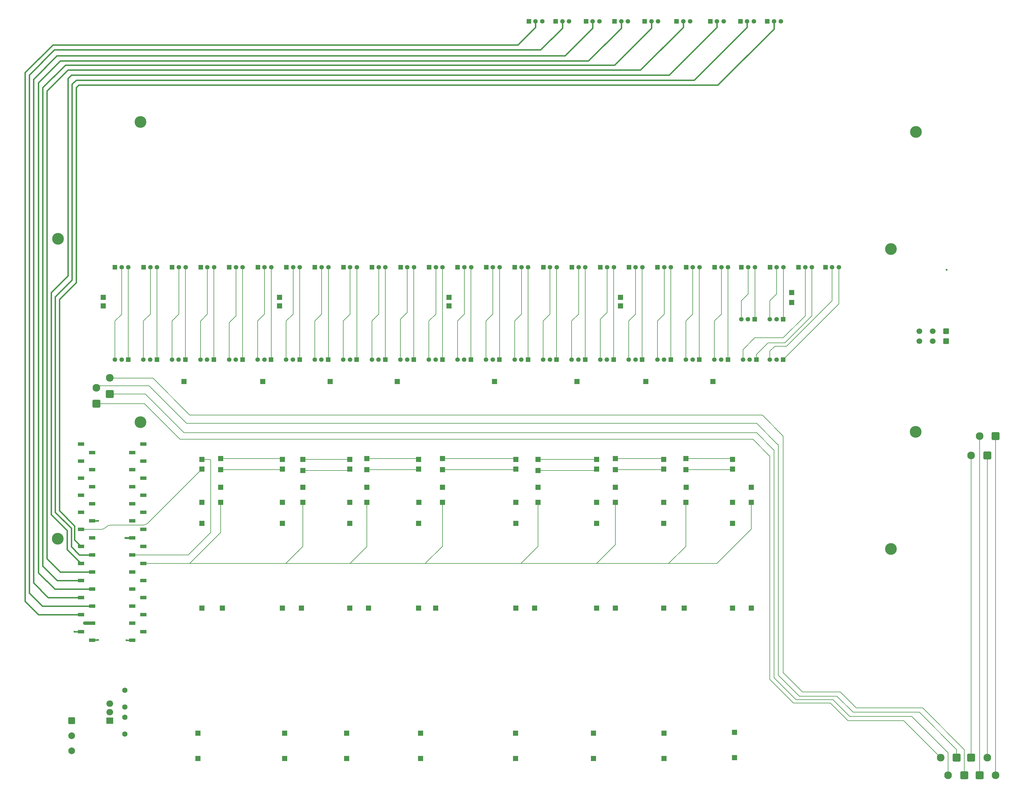
<source format=gbr>
%TF.GenerationSoftware,KiCad,Pcbnew,9.0.2*%
%TF.CreationDate,2025-07-19T15:49:02+01:00*%
%TF.ProjectId,FYP_EQ_MOUNT_UPDATED,4659505f-4551-45f4-9d4f-554e545f5550,rev?*%
%TF.SameCoordinates,Original*%
%TF.FileFunction,Copper,L1,Top*%
%TF.FilePolarity,Positive*%
%FSLAX46Y46*%
G04 Gerber Fmt 4.6, Leading zero omitted, Abs format (unit mm)*
G04 Created by KiCad (PCBNEW 9.0.2) date 2025-07-19 15:49:02*
%MOMM*%
%LPD*%
G01*
G04 APERTURE LIST*
G04 Aperture macros list*
%AMRoundRect*
0 Rectangle with rounded corners*
0 $1 Rounding radius*
0 $2 $3 $4 $5 $6 $7 $8 $9 X,Y pos of 4 corners*
0 Add a 4 corners polygon primitive as box body*
4,1,4,$2,$3,$4,$5,$6,$7,$8,$9,$2,$3,0*
0 Add four circle primitives for the rounded corners*
1,1,$1+$1,$2,$3*
1,1,$1+$1,$4,$5*
1,1,$1+$1,$6,$7*
1,1,$1+$1,$8,$9*
0 Add four rect primitives between the rounded corners*
20,1,$1+$1,$2,$3,$4,$5,0*
20,1,$1+$1,$4,$5,$6,$7,0*
20,1,$1+$1,$6,$7,$8,$9,0*
20,1,$1+$1,$8,$9,$2,$3,0*%
G04 Aperture macros list end*
%TA.AperFunction,ComponentPad*%
%ADD10R,1.650000X1.650000*%
%TD*%
%TA.AperFunction,ComponentPad*%
%ADD11R,1.350000X1.350000*%
%TD*%
%TA.AperFunction,ComponentPad*%
%ADD12C,1.350000*%
%TD*%
%TA.AperFunction,ComponentPad*%
%ADD13RoundRect,0.250001X0.899999X0.899999X-0.899999X0.899999X-0.899999X-0.899999X0.899999X-0.899999X0*%
%TD*%
%TA.AperFunction,ComponentPad*%
%ADD14C,2.300000*%
%TD*%
%TA.AperFunction,ComponentPad*%
%ADD15RoundRect,0.250000X0.600000X0.600000X-0.600000X0.600000X-0.600000X-0.600000X0.600000X-0.600000X0*%
%TD*%
%TA.AperFunction,ComponentPad*%
%ADD16C,1.700000*%
%TD*%
%TA.AperFunction,SMDPad,CuDef*%
%ADD17R,1.900000X1.000000*%
%TD*%
%TA.AperFunction,ComponentPad*%
%ADD18C,1.600000*%
%TD*%
%TA.AperFunction,ComponentPad*%
%ADD19RoundRect,0.250001X-0.899999X-0.899999X0.899999X-0.899999X0.899999X0.899999X-0.899999X0.899999X0*%
%TD*%
%TA.AperFunction,ComponentPad*%
%ADD20RoundRect,0.250000X-0.750000X0.750000X-0.750000X-0.750000X0.750000X-0.750000X0.750000X0.750000X0*%
%TD*%
%TA.AperFunction,ComponentPad*%
%ADD21C,2.000000*%
%TD*%
%TA.AperFunction,ComponentPad*%
%ADD22RoundRect,0.250001X0.899999X-0.899999X0.899999X0.899999X-0.899999X0.899999X-0.899999X-0.899999X0*%
%TD*%
%TA.AperFunction,ComponentPad*%
%ADD23R,2.000000X1.905000*%
%TD*%
%TA.AperFunction,ComponentPad*%
%ADD24O,2.000000X1.905000*%
%TD*%
%TA.AperFunction,ViaPad*%
%ADD25C,0.600000*%
%TD*%
%TA.AperFunction,ViaPad*%
%ADD26C,3.500000*%
%TD*%
%TA.AperFunction,Conductor*%
%ADD27C,0.400000*%
%TD*%
%TA.AperFunction,Conductor*%
%ADD28C,0.200000*%
%TD*%
%TA.AperFunction,Conductor*%
%ADD29C,1.000000*%
%TD*%
%TA.AperFunction,Conductor*%
%ADD30C,0.600000*%
%TD*%
G04 APERTURE END LIST*
D10*
X230950000Y71500000D03*
D11*
X232950000Y182750000D03*
D12*
X230950000Y182750000D03*
X228950000Y182750000D03*
D11*
X110000000Y210250000D03*
D12*
X112000000Y210250000D03*
X114000000Y210250000D03*
D13*
X329700000Y160000000D03*
D14*
X324900000Y160000000D03*
D10*
X137352000Y153013000D03*
D11*
X257950000Y194750000D03*
D12*
X255950000Y194750000D03*
X253950000Y194750000D03*
D11*
X198700000Y283500000D03*
D12*
X200700000Y283500000D03*
X202700000Y283500000D03*
D11*
X212000000Y210250000D03*
D12*
X214000000Y210250000D03*
X216000000Y210250000D03*
D13*
X320350000Y59000000D03*
D14*
X315550000Y59000000D03*
D11*
X258450000Y182750000D03*
D12*
X256450000Y182750000D03*
X254450000Y182750000D03*
D11*
X198950000Y182750000D03*
D12*
X196950000Y182750000D03*
X194950000Y182750000D03*
D11*
X190450000Y182750000D03*
D12*
X188450000Y182750000D03*
X186450000Y182750000D03*
D11*
X234700000Y283500000D03*
D12*
X236700000Y283500000D03*
X238700000Y283500000D03*
D11*
X244700000Y283500000D03*
D12*
X246700000Y283500000D03*
X248700000Y283500000D03*
D11*
X229000000Y210250000D03*
D12*
X231000000Y210250000D03*
X233000000Y210250000D03*
D10*
X230846000Y150144000D03*
X210846000Y153013000D03*
D11*
X190700000Y283500000D03*
D12*
X192700000Y283500000D03*
X194700000Y283500000D03*
D11*
X67450000Y210250000D03*
D12*
X69450000Y210250000D03*
X71450000Y210250000D03*
D10*
X117352000Y133940000D03*
D11*
X216200000Y283500000D03*
D12*
X218200000Y283500000D03*
X220200000Y283500000D03*
D10*
X205000000Y176250000D03*
D11*
X130950000Y182750000D03*
D12*
X128950000Y182750000D03*
X126950000Y182750000D03*
D10*
X93349000Y153013000D03*
D11*
X135500000Y210250000D03*
D12*
X137500000Y210250000D03*
X139500000Y210250000D03*
D10*
X180500000Y176250000D03*
X230846000Y140278000D03*
D11*
X118500000Y210250000D03*
D12*
X120500000Y210250000D03*
X122500000Y210250000D03*
D11*
X169500000Y210250000D03*
D12*
X171500000Y210250000D03*
X173500000Y210250000D03*
D10*
X137352000Y140278000D03*
X137352000Y108768000D03*
X251950000Y64250000D03*
X98950000Y149987000D03*
X268950000Y202750000D03*
X237450000Y153250000D03*
D11*
X71450000Y182750000D03*
D12*
X69450000Y182750000D03*
X67450000Y182750000D03*
D10*
X164950000Y140250000D03*
D11*
X96900000Y182750000D03*
D12*
X94900000Y182750000D03*
X92900000Y182750000D03*
D10*
X117950000Y71500000D03*
D11*
X178000000Y210250000D03*
D12*
X180000000Y210250000D03*
X182000000Y210250000D03*
D10*
X98950000Y140250000D03*
X117352000Y140278000D03*
X256950000Y140250000D03*
D11*
X246000000Y210250000D03*
D12*
X248000000Y210250000D03*
X250000000Y210250000D03*
D10*
X225500000Y176250000D03*
X157852000Y133940000D03*
D11*
X266450000Y182750000D03*
D12*
X264450000Y182750000D03*
X262450000Y182750000D03*
D10*
X142450000Y149987000D03*
X251346000Y153013000D03*
X122950000Y108750000D03*
X237500000Y144750000D03*
X116450000Y201250000D03*
D11*
X173450000Y182750000D03*
D12*
X171450000Y182750000D03*
X169450000Y182750000D03*
D10*
X142450000Y140250000D03*
D11*
X122450000Y182750000D03*
D12*
X120450000Y182750000D03*
X118450000Y182750000D03*
D10*
X137352000Y150144000D03*
X216450000Y144750000D03*
X92200000Y71500000D03*
X193450000Y140250000D03*
D15*
X314950000Y188250000D03*
D16*
X310950000Y188250000D03*
X306950000Y188250000D03*
D11*
X254000000Y210250000D03*
D12*
X256000000Y210250000D03*
X258000000Y210250000D03*
D11*
X152500000Y210250000D03*
D12*
X154500000Y210250000D03*
X156500000Y210250000D03*
D10*
X230846000Y108768000D03*
X268950000Y199750000D03*
X251346000Y108768000D03*
X123450000Y144750000D03*
D11*
X105450000Y182750000D03*
D12*
X103450000Y182750000D03*
X101450000Y182750000D03*
D10*
X210846000Y108768000D03*
X186843000Y140278000D03*
D17*
X57393256Y157579374D03*
X60693256Y155039374D03*
X57393256Y152499374D03*
X60693256Y149959374D03*
X57393256Y147419374D03*
X60693256Y144879374D03*
X57393256Y142339374D03*
X60693256Y139799374D03*
X57393256Y137259374D03*
X60693256Y134719374D03*
X57393256Y132179374D03*
X60693256Y129639374D03*
X57393256Y127099374D03*
X60693256Y124559374D03*
X57393256Y122019374D03*
X60693256Y119479374D03*
X57393256Y116939374D03*
X60693256Y114399374D03*
X57393256Y111859374D03*
X60693256Y109319374D03*
X57393256Y106779374D03*
X60693256Y104239374D03*
X57393256Y101699374D03*
X60693256Y99159374D03*
X72633256Y99159374D03*
X75933256Y101699374D03*
X72633256Y104239374D03*
X75933256Y106779374D03*
X72633256Y109319374D03*
X75933256Y111859374D03*
X72633256Y114399374D03*
X75933256Y116939374D03*
X72633256Y119479374D03*
X75933256Y122019374D03*
X72633256Y124559374D03*
X75933256Y127099374D03*
X72633256Y129639374D03*
X75933256Y132179374D03*
X72633256Y134719374D03*
X75933256Y137259374D03*
X72633256Y139799374D03*
X75933256Y142339374D03*
X72633256Y144879374D03*
X75933256Y147419374D03*
X72633256Y149959374D03*
X75933256Y152499374D03*
X72633256Y155039374D03*
X75933256Y157579374D03*
D10*
X116450000Y198750000D03*
X123450000Y140250000D03*
X245500000Y176250000D03*
X216450000Y140250000D03*
X186843000Y153013000D03*
X193450000Y153013000D03*
X93349000Y133940000D03*
X98950000Y153250000D03*
X117352000Y150144000D03*
X117950000Y64000000D03*
D11*
X220500000Y210250000D03*
D12*
X222500000Y210250000D03*
X224500000Y210250000D03*
D11*
X266450000Y194750000D03*
D12*
X264450000Y194750000D03*
X262450000Y194750000D03*
D11*
X262500000Y210250000D03*
D12*
X264500000Y210250000D03*
X266500000Y210250000D03*
D10*
X251346000Y133940000D03*
D11*
X253700000Y283500000D03*
D12*
X255700000Y283500000D03*
X257700000Y283500000D03*
D13*
X318100000Y64250000D03*
D14*
X313300000Y64250000D03*
D11*
X195000000Y210250000D03*
D12*
X197000000Y210250000D03*
X199000000Y210250000D03*
D10*
X123450000Y149750000D03*
X217950000Y198750000D03*
X192450000Y108750000D03*
X251346000Y150144000D03*
X63950000Y201250000D03*
X209950000Y71500000D03*
X186700000Y64000000D03*
X157852000Y153013000D03*
D18*
X70450000Y71250000D03*
X70450000Y76250000D03*
D11*
X144000000Y210250000D03*
D12*
X146000000Y210250000D03*
X148000000Y210250000D03*
D10*
X186843000Y108768000D03*
X136450000Y71500000D03*
X137352000Y133940000D03*
D11*
X161000000Y210250000D03*
D12*
X163000000Y210250000D03*
X165000000Y210250000D03*
D10*
X157852000Y150144000D03*
X164950000Y144750000D03*
X230950000Y64000000D03*
X237450000Y149987000D03*
D11*
X113950000Y182750000D03*
D12*
X111950000Y182750000D03*
X109950000Y182750000D03*
D10*
X193450000Y144750000D03*
D11*
X207450000Y182750000D03*
D12*
X205450000Y182750000D03*
X203450000Y182750000D03*
D10*
X117352000Y153013000D03*
X158450000Y71500000D03*
X217950000Y201250000D03*
D11*
X279000000Y210250000D03*
D12*
X281000000Y210250000D03*
X283000000Y210250000D03*
D10*
X186700000Y71500000D03*
X162950000Y108750000D03*
X99450000Y108750000D03*
D13*
X327200000Y154250000D03*
D14*
X322400000Y154250000D03*
D10*
X237450000Y140250000D03*
X131500000Y176250000D03*
X216450000Y153250000D03*
D11*
X225200000Y283500000D03*
D12*
X227200000Y283500000D03*
X229200000Y283500000D03*
D10*
X236950000Y108750000D03*
D18*
X70450000Y84250000D03*
X70450000Y79250000D03*
D10*
X151500000Y176250000D03*
D11*
X261700000Y283500000D03*
D12*
X263700000Y283500000D03*
X265700000Y283500000D03*
D10*
X93349000Y108768000D03*
D11*
X127000000Y210250000D03*
D12*
X129000000Y210250000D03*
X131000000Y210250000D03*
D19*
X322400000Y64250000D03*
D14*
X327200000Y64250000D03*
D11*
X101500000Y210250000D03*
D12*
X103500000Y210250000D03*
X105500000Y210250000D03*
D11*
X215950000Y182750000D03*
D12*
X213950000Y182750000D03*
X211950000Y182750000D03*
D11*
X139450000Y182750000D03*
D12*
X137450000Y182750000D03*
X135450000Y182750000D03*
D11*
X237500000Y210250000D03*
D12*
X239500000Y210250000D03*
X241500000Y210250000D03*
D10*
X142950000Y108750000D03*
X92200000Y64000000D03*
D11*
X156450000Y182750000D03*
D12*
X154450000Y182750000D03*
X152450000Y182750000D03*
D20*
X54575000Y75250000D03*
D21*
X54575000Y70750000D03*
X54575000Y66250000D03*
D10*
X63950000Y198750000D03*
D11*
X241450000Y182750000D03*
D12*
X239450000Y182750000D03*
X237450000Y182750000D03*
D10*
X210846000Y133940000D03*
D11*
X207700000Y283500000D03*
D12*
X209700000Y283500000D03*
X211700000Y283500000D03*
D10*
X186843000Y133940000D03*
X158450000Y64000000D03*
X98950000Y144750000D03*
X142450000Y153250000D03*
D11*
X271000000Y210250000D03*
D12*
X273000000Y210250000D03*
X275000000Y210250000D03*
D11*
X224450000Y182750000D03*
D12*
X222450000Y182750000D03*
X220450000Y182750000D03*
D10*
X166950000Y201250000D03*
X157852000Y108768000D03*
X88000000Y176250000D03*
D11*
X181950000Y182750000D03*
D12*
X179950000Y182750000D03*
X177950000Y182750000D03*
D10*
X210846000Y150144000D03*
X251950000Y71750000D03*
D22*
X65950000Y172500000D03*
D14*
X65950000Y177300000D03*
D11*
X186500000Y210250000D03*
D12*
X188500000Y210250000D03*
X190500000Y210250000D03*
D11*
X147950000Y182750000D03*
D12*
X145950000Y182750000D03*
X143950000Y182750000D03*
D11*
X76000000Y210250000D03*
D12*
X78000000Y210250000D03*
X80000000Y210250000D03*
D10*
X193450000Y149750000D03*
D15*
X314950000Y191250000D03*
D16*
X310950000Y191250000D03*
X306950000Y191250000D03*
D11*
X79950000Y182750000D03*
D12*
X77950000Y182750000D03*
X75950000Y182750000D03*
D10*
X166950000Y198750000D03*
D23*
X65950000Y75250000D03*
D24*
X65950000Y77790000D03*
X65950000Y80330000D03*
D11*
X249950000Y182750000D03*
D12*
X247950000Y182750000D03*
X245950000Y182750000D03*
D10*
X117352000Y108768000D03*
X123450000Y153013000D03*
X251346000Y140278000D03*
D19*
X324900000Y59000000D03*
D14*
X329700000Y59000000D03*
D10*
X186843000Y150144000D03*
X216450000Y108750000D03*
D11*
X203500000Y210250000D03*
D12*
X205500000Y210250000D03*
X207500000Y210250000D03*
D10*
X93349000Y140278000D03*
X230846000Y133940000D03*
D11*
X164950000Y182750000D03*
D12*
X162950000Y182750000D03*
X160950000Y182750000D03*
D10*
X230846000Y153013000D03*
X157950000Y140278000D03*
X256950000Y108750000D03*
X111500000Y176250000D03*
D11*
X88450000Y182750000D03*
D12*
X86450000Y182750000D03*
X84450000Y182750000D03*
D10*
X164950000Y153250000D03*
D22*
X61950000Y169600000D03*
D14*
X61950000Y174400000D03*
D11*
X84500000Y210250000D03*
D12*
X86500000Y210250000D03*
X88500000Y210250000D03*
D10*
X136450000Y64000000D03*
X93349000Y150144000D03*
X256950000Y144750000D03*
X209950000Y64000000D03*
X164950000Y149987000D03*
X216450000Y149987000D03*
D11*
X93000000Y210250000D03*
D12*
X95000000Y210250000D03*
X97000000Y210250000D03*
D10*
X142450000Y144750000D03*
X210846000Y140278000D03*
D25*
X58450000Y104250000D03*
X70560626Y129639374D03*
X70950000Y99171987D03*
X62450000Y134750000D03*
X55450000Y101750000D03*
X62421783Y99250000D03*
D26*
X305902599Y161240224D03*
X50449999Y129377494D03*
X75059972Y253553505D03*
X305936772Y250547495D03*
X75068618Y164149841D03*
D25*
X315136000Y209527000D03*
D26*
X298481281Y215718718D03*
X298478161Y126388626D03*
X50476447Y218723552D03*
D27*
X246700000Y283500000D02*
X246700000Y281750000D01*
X246700000Y281750000D02*
X232450000Y267500000D01*
X53450000Y207700000D02*
X48450000Y202700000D01*
X54450000Y267500000D02*
X53450000Y266500000D01*
X232450000Y267500000D02*
X54450000Y267500000D01*
X53450000Y266500000D02*
X53450000Y207700000D01*
X48450000Y202700000D02*
X48450000Y136625000D01*
X48450000Y136625000D02*
X53200000Y131875000D01*
X53200000Y126212630D02*
X57393256Y122019374D01*
X53200000Y131875000D02*
X53200000Y126212630D01*
X60693256Y124559374D02*
X56890626Y124559374D01*
X56890626Y124559374D02*
X54450000Y127000000D01*
X54700000Y206450000D02*
X54700000Y264750000D01*
X255700000Y281750000D02*
X255700000Y283500000D01*
X54450000Y127000000D02*
X54450000Y132500000D01*
X49700000Y137250000D02*
X49700000Y201450000D01*
X55950000Y266000000D02*
X239950000Y266000000D01*
X54450000Y132500000D02*
X49700000Y137250000D01*
X49700000Y201450000D02*
X54700000Y206450000D01*
X54700000Y264750000D02*
X55950000Y266000000D01*
X239950000Y266000000D02*
X255700000Y281750000D01*
X263700000Y283500000D02*
X263700000Y281250000D01*
X263700000Y281250000D02*
X246950000Y264500000D01*
X55450000Y133250000D02*
X55450000Y129042630D01*
X56700000Y264500000D02*
X55950000Y263750000D01*
X246950000Y264500000D02*
X56700000Y264500000D01*
X55950000Y263750000D02*
X55950000Y205700000D01*
X55950000Y205700000D02*
X50950000Y200700000D01*
X50950000Y200700000D02*
X50950000Y137750000D01*
X55450000Y129042630D02*
X57393256Y127099374D01*
X50950000Y137750000D02*
X55450000Y133250000D01*
X50200000Y273250000D02*
X201450000Y273250000D01*
X43200000Y266250000D02*
X50200000Y273250000D01*
X43200000Y116250000D02*
X43200000Y266250000D01*
X47590626Y111859374D02*
X43200000Y116250000D01*
X201450000Y273250000D02*
X209700000Y281500000D01*
X57393256Y111859374D02*
X47590626Y111859374D01*
X209700000Y281500000D02*
X209700000Y283500000D01*
X60693256Y114399374D02*
X49550626Y114399374D01*
X44700000Y265250000D02*
X51200000Y271750000D01*
X49550626Y114399374D02*
X44700000Y119250000D01*
X208450000Y271750000D02*
X218200000Y281500000D01*
X218200000Y281500000D02*
X218200000Y283500000D01*
X44700000Y119250000D02*
X44700000Y265250000D01*
X51200000Y271750000D02*
X208450000Y271750000D01*
X48950000Y276500000D02*
X187450000Y276500000D01*
X40700000Y268250000D02*
X48950000Y276500000D01*
X187450000Y276500000D02*
X192700000Y281750000D01*
X44700000Y106779374D02*
X40700000Y110779374D01*
X57393256Y106779374D02*
X44700000Y106779374D01*
X192700000Y281750000D02*
X192700000Y283500000D01*
X40700000Y110779374D02*
X40700000Y268250000D01*
X45880626Y109319374D02*
X41950000Y113250000D01*
X60693256Y109319374D02*
X45880626Y109319374D01*
X41950000Y267500000D02*
X49450000Y275000000D01*
X41950000Y113250000D02*
X41950000Y267500000D01*
X194200000Y275000000D02*
X200700000Y281500000D01*
X190700000Y275000000D02*
X194200000Y275000000D01*
X200700000Y281500000D02*
X200700000Y283500000D01*
X49450000Y275000000D02*
X190700000Y275000000D01*
X45950000Y263750000D02*
X45950000Y121250000D01*
X216200000Y270500000D02*
X52700000Y270500000D01*
X227200000Y281500000D02*
X216200000Y270500000D01*
X227200000Y283500000D02*
X227200000Y281500000D01*
X52700000Y270500000D02*
X45950000Y263750000D01*
X45950000Y121250000D02*
X50260626Y116939374D01*
X50260626Y116939374D02*
X57393256Y116939374D01*
X223950000Y269000000D02*
X53450000Y269000000D01*
X236700000Y281750000D02*
X223950000Y269000000D01*
X47200000Y262750000D02*
X47200000Y123500000D01*
X47200000Y123500000D02*
X51220626Y119479374D01*
X51220626Y119479374D02*
X60693256Y119479374D01*
X236700000Y283500000D02*
X236700000Y281750000D01*
X53450000Y269000000D02*
X47200000Y262750000D01*
D28*
X324900000Y59000000D02*
X324900000Y160000000D01*
X329700000Y59000000D02*
X329700000Y160000000D01*
X65950000Y177300000D02*
X66000000Y177250000D01*
X283450000Y83750000D02*
X273700000Y83750000D01*
X307950000Y79000000D02*
X301950000Y79000000D01*
X320350000Y59000000D02*
X320350000Y63500000D01*
X260200000Y166250000D02*
X266450000Y160000000D01*
X301950000Y79000000D02*
X288200000Y79000000D01*
X320350000Y63500000D02*
X320350000Y66600000D01*
X320350000Y59252024D02*
X320350000Y59000000D01*
X288200000Y79000000D02*
X283450000Y83750000D01*
X266450000Y89500000D02*
X272200000Y83750000D01*
X301950000Y79000000D02*
X300950000Y79000000D01*
X78750000Y177250000D02*
X89750000Y166250000D01*
X272200000Y83750000D02*
X273700000Y83750000D01*
X66000000Y177250000D02*
X78750000Y177250000D01*
X273700000Y83750000D02*
X273450000Y83750000D01*
X89750000Y166250000D02*
X260200000Y166250000D01*
X266450000Y160000000D02*
X266450000Y89500000D01*
X320350000Y66600000D02*
X307950000Y79000000D01*
X270200000Y81500000D02*
X272700000Y81500000D01*
X286200000Y76500000D02*
X281450000Y81250000D01*
X301450000Y76500000D02*
X286200000Y76500000D01*
X258500000Y161000000D02*
X258500000Y160950000D01*
X281450000Y81250000D02*
X281200000Y81500000D01*
X263700000Y88000000D02*
X270200000Y81500000D01*
X304700000Y76500000D02*
X301450000Y76500000D01*
X272700000Y81500000D02*
X271950000Y81500000D01*
X258500000Y160950000D02*
X263700000Y155750000D01*
X76500000Y172500000D02*
X88000000Y161000000D01*
X88000000Y161000000D02*
X258500000Y161000000D01*
X263700000Y155750000D02*
X263700000Y88000000D01*
X315550000Y59000000D02*
X315550000Y65650000D01*
X281200000Y81500000D02*
X272700000Y81500000D01*
X65950000Y172500000D02*
X76500000Y172500000D01*
X301450000Y76500000D02*
X298950000Y76500000D01*
X315550000Y65650000D02*
X304700000Y76500000D01*
X302300000Y75250000D02*
X313300000Y64250000D01*
X257450000Y159000000D02*
X262450000Y154000000D01*
X61950000Y169600000D02*
X76250000Y169600000D01*
X280450000Y80500000D02*
X285700000Y75250000D01*
X262450000Y87500000D02*
X269450000Y80500000D01*
X262450000Y154000000D02*
X262450000Y87500000D01*
X86850000Y159000000D02*
X257450000Y159000000D01*
X269450000Y80500000D02*
X280450000Y80500000D01*
X76250000Y169600000D02*
X86850000Y159000000D01*
X285700000Y75250000D02*
X302300000Y75250000D01*
X264950000Y88750000D02*
X271200000Y82500000D01*
X264750000Y157500000D02*
X264950000Y157500000D01*
X88750000Y163750000D02*
X258500000Y163750000D01*
X282450000Y82500000D02*
X275200000Y82500000D01*
X271200000Y82500000D02*
X275200000Y82500000D01*
X306950000Y77750000D02*
X299950000Y77750000D01*
X264950000Y157500000D02*
X264950000Y88750000D01*
X77581849Y174918151D02*
X88750000Y163750000D01*
X275200000Y82500000D02*
X272450000Y82500000D01*
X318100000Y64250000D02*
X318100000Y66600000D01*
X287200000Y77750000D02*
X282450000Y82500000D01*
X299950000Y77750000D02*
X287200000Y77750000D01*
X299950000Y77750000D02*
X298950000Y77750000D01*
X258500000Y163750000D02*
X264750000Y157500000D01*
X62468151Y174918151D02*
X77581849Y174918151D01*
X318100000Y66600000D02*
X306950000Y77750000D01*
X61950000Y174400000D02*
X62468151Y174918151D01*
X327200000Y154250000D02*
X327200000Y64250000D01*
X322400000Y153750000D02*
X322900000Y154250000D01*
X322400000Y64250000D02*
X322400000Y153750000D01*
X98950000Y153250000D02*
X117115000Y153250000D01*
X117115000Y153250000D02*
X117352000Y153013000D01*
X123450000Y153013000D02*
X137352000Y153013000D01*
X142450000Y153250000D02*
X157615000Y153250000D01*
X157615000Y153250000D02*
X157852000Y153013000D01*
X186606000Y153250000D02*
X186843000Y153013000D01*
X164950000Y153250000D02*
X186606000Y153250000D01*
X193450000Y153013000D02*
X210846000Y153013000D01*
X230609000Y153250000D02*
X230846000Y153013000D01*
X216450000Y153250000D02*
X230609000Y153250000D01*
X98950000Y149987000D02*
X117195000Y149987000D01*
X117195000Y149987000D02*
X117352000Y150144000D01*
X136958000Y149750000D02*
X137352000Y150144000D01*
X123450000Y149750000D02*
X136958000Y149750000D01*
X142450000Y149987000D02*
X157695000Y149987000D01*
X157695000Y149987000D02*
X157852000Y150144000D01*
X186686000Y149987000D02*
X186843000Y150144000D01*
X164950000Y149987000D02*
X186686000Y149987000D01*
X210452000Y149750000D02*
X210846000Y150144000D01*
X193450000Y149750000D02*
X210452000Y149750000D01*
X216450000Y149987000D02*
X230689000Y149987000D01*
X230689000Y149987000D02*
X230846000Y150144000D01*
X251109000Y153250000D02*
X251346000Y153013000D01*
X237450000Y153250000D02*
X251109000Y153250000D01*
X251189000Y149987000D02*
X251346000Y150144000D01*
X237450000Y149987000D02*
X251189000Y149987000D01*
D27*
X60693256Y99250000D02*
X62421783Y99250000D01*
X70950000Y99171987D02*
X72620643Y99171987D01*
X57393256Y101750000D02*
X55450000Y101750000D01*
D28*
X60723882Y134750000D02*
X60693256Y134719374D01*
D27*
X62450000Y134750000D02*
X60723882Y134750000D01*
X72620643Y99171987D02*
X72633256Y99159374D01*
D28*
X216450000Y140250000D02*
X216450000Y127638217D01*
X89719374Y122019374D02*
X98950000Y131250000D01*
X159831157Y122019374D02*
X158450000Y122019374D01*
X188350718Y122019374D02*
X209450000Y122019374D01*
X246719374Y122019374D02*
X256950000Y132250000D01*
X192005892Y125674548D02*
X188350718Y122019374D01*
X256950000Y132250000D02*
X256950000Y140250000D01*
X193450000Y127138217D02*
X192005892Y125694108D01*
X216450000Y127638217D02*
X214505892Y125694108D01*
X123450000Y140250000D02*
X123450000Y127138217D01*
X89719374Y122019374D02*
X118450000Y122019374D01*
X231950000Y122019374D02*
X246719374Y122019374D01*
X237450000Y140250000D02*
X237450000Y127138217D01*
X137450000Y122019374D02*
X158450000Y122019374D01*
X232331157Y122019374D02*
X231950000Y122019374D01*
X118450000Y122138218D02*
X118450000Y122019374D01*
X210831158Y122019374D02*
X209450000Y122019374D01*
X142450000Y127138217D02*
X142450000Y127019374D01*
X98950000Y131250000D02*
X98950000Y140250000D01*
X164950000Y127138217D02*
X159831157Y122019374D01*
X164950000Y140250000D02*
X164950000Y127138217D01*
X142450000Y127019374D02*
X137450000Y122019374D01*
X75933256Y122019374D02*
X89719374Y122019374D01*
X142450000Y140250000D02*
X142450000Y127138217D01*
X192005892Y125694108D02*
X192005892Y125674548D01*
X237450000Y127138217D02*
X232331157Y122019374D01*
X214505892Y125694108D02*
X210831158Y122019374D01*
X122255891Y125944109D02*
X118450000Y122138218D01*
X118450000Y122019374D02*
X137450000Y122019374D01*
X122255891Y125944109D02*
X121950000Y125638217D01*
X123450000Y127138217D02*
X122255891Y125944109D01*
X209450000Y122019374D02*
X231950000Y122019374D01*
X158450000Y122019374D02*
X188350718Y122019374D01*
X192005892Y125694108D02*
X191950000Y125638217D01*
X193450000Y140250000D02*
X193450000Y127138217D01*
X214505892Y125694108D02*
X214450000Y125638217D01*
X95687000Y153013000D02*
X93349000Y153013000D01*
X95950000Y152750000D02*
X95687000Y153013000D01*
X95950000Y131250000D02*
X95950000Y152750000D01*
X72633256Y124559374D02*
X89259374Y124559374D01*
X89259374Y124559374D02*
X95950000Y131250000D01*
X64852631Y132902631D02*
X64715160Y132765160D01*
X63300947Y132179374D02*
X57393256Y132179374D01*
X75864991Y133488418D02*
X66266845Y133488418D01*
X93349000Y150144000D02*
X77279204Y134074204D01*
X64715160Y132765160D02*
G75*
G02*
X63300947Y132179348I-1414260J1414240D01*
G01*
X64852631Y132902631D02*
G75*
G02*
X66266845Y133488381I1414169J-1414231D01*
G01*
X77279204Y134074204D02*
G75*
G02*
X75864991Y133488419I-1414204J1414196D01*
G01*
X58450000Y104250000D02*
X58460626Y104239374D01*
D29*
X58460626Y104239374D02*
X60693256Y104239374D01*
D30*
X70560626Y129639374D02*
X72633256Y129639374D01*
D28*
X263950000Y186750000D02*
X267450000Y186750000D01*
X262450000Y182750000D02*
X262450000Y185250000D01*
X262450000Y185250000D02*
X263950000Y186750000D01*
X281000000Y200300000D02*
X281000000Y210250000D01*
X267450000Y186750000D02*
X281000000Y200300000D01*
X283000000Y210250000D02*
X283000000Y199300000D01*
X283000000Y199300000D02*
X266450000Y182750000D01*
X266950000Y187750000D02*
X275000000Y195800000D01*
X261950000Y187750000D02*
X266950000Y187750000D01*
X258450000Y184250000D02*
X261950000Y187750000D01*
X275000000Y195800000D02*
X275000000Y210250000D01*
X258450000Y182750000D02*
X258450000Y184250000D01*
X266450000Y189250000D02*
X257950000Y189250000D01*
X273000000Y210250000D02*
X273000000Y195800000D01*
X257950000Y189250000D02*
X254450000Y185750000D01*
X254450000Y185750000D02*
X254450000Y182750000D01*
X273000000Y195800000D02*
X266450000Y189250000D01*
X266500000Y210250000D02*
X266500000Y194800000D01*
X266500000Y194800000D02*
X266450000Y194750000D01*
X262450000Y194750000D02*
X262450000Y200250000D01*
X264500000Y202300000D02*
X264500000Y210250000D01*
X262450000Y200250000D02*
X264500000Y202300000D01*
X258000000Y194800000D02*
X257950000Y194750000D01*
X258000000Y210250000D02*
X258000000Y194800000D01*
X253950000Y200250000D02*
X256000000Y202300000D01*
X253950000Y194750000D02*
X253950000Y200250000D01*
X256000000Y202300000D02*
X256000000Y210250000D01*
X245950000Y194250000D02*
X245950000Y182750000D01*
X248000000Y196300000D02*
X245950000Y194250000D01*
X248000000Y210250000D02*
X248000000Y196300000D01*
X249950000Y182750000D02*
X249950000Y210200000D01*
X249950000Y210200000D02*
X250000000Y210250000D01*
X241450000Y182750000D02*
X241450000Y210200000D01*
X241450000Y210200000D02*
X241500000Y210250000D01*
X239500000Y210250000D02*
X239500000Y196300000D01*
X237450000Y194250000D02*
X237450000Y182750000D01*
X239500000Y196300000D02*
X237450000Y194250000D01*
X232950000Y182750000D02*
X232950000Y210200000D01*
X232950000Y210200000D02*
X233000000Y210250000D01*
X231000000Y196300000D02*
X228950000Y194250000D01*
X228950000Y194250000D02*
X228950000Y182750000D01*
X231000000Y210250000D02*
X231000000Y196300000D01*
X220450000Y194250000D02*
X220450000Y182750000D01*
X222500000Y210250000D02*
X222500000Y196300000D01*
X222500000Y196300000D02*
X220450000Y194250000D01*
X224450000Y182750000D02*
X224450000Y210200000D01*
X224450000Y210200000D02*
X224500000Y210250000D01*
X214000000Y196800000D02*
X211950000Y194750000D01*
X211950000Y194750000D02*
X211950000Y182750000D01*
X214000000Y210250000D02*
X214000000Y196800000D01*
X215950000Y182750000D02*
X215950000Y210200000D01*
X215950000Y210200000D02*
X216000000Y210250000D01*
X207500000Y183300000D02*
X207500000Y210250000D01*
X207450000Y183250000D02*
X207500000Y183300000D01*
X207450000Y182750000D02*
X207450000Y183250000D01*
X205500000Y210250000D02*
X205500000Y196300000D01*
X203450000Y194250000D02*
X203450000Y182750000D01*
X205500000Y196300000D02*
X203450000Y194250000D01*
X198950000Y182750000D02*
X198950000Y210200000D01*
X198950000Y210200000D02*
X199000000Y210250000D01*
X194950000Y194250000D02*
X194950000Y182750000D01*
X197000000Y196300000D02*
X194950000Y194250000D01*
X197000000Y210250000D02*
X197000000Y196300000D01*
X188500000Y196300000D02*
X188500000Y210250000D01*
X186450000Y182750000D02*
X186450000Y194250000D01*
X186450000Y194250000D02*
X188500000Y196300000D01*
X190500000Y210250000D02*
X190500000Y182800000D01*
X190500000Y182800000D02*
X190450000Y182750000D01*
X182000000Y210250000D02*
X182000000Y182800000D01*
X182000000Y182800000D02*
X181950000Y182750000D01*
X180000000Y196300000D02*
X180000000Y210250000D01*
X177950000Y194250000D02*
X180000000Y196300000D01*
X177950000Y182750000D02*
X177950000Y194250000D01*
X171500000Y210250000D02*
X171500000Y196300000D01*
X171500000Y196300000D02*
X169450000Y194250000D01*
X169450000Y194250000D02*
X169450000Y182750000D01*
X173450000Y182750000D02*
X173450000Y210200000D01*
X173450000Y210200000D02*
X173500000Y210250000D01*
X163000000Y210250000D02*
X163000000Y196300000D01*
X160950000Y194250000D02*
X160950000Y182750000D01*
X163000000Y196300000D02*
X160950000Y194250000D01*
X164950000Y182750000D02*
X164950000Y210200000D01*
X164950000Y210200000D02*
X165000000Y210250000D01*
X154500000Y196800000D02*
X154500000Y210250000D01*
X152450000Y182750000D02*
X152450000Y194750000D01*
X152450000Y194750000D02*
X154500000Y196800000D01*
X156450000Y182750000D02*
X156450000Y210200000D01*
X156450000Y210200000D02*
X156500000Y210250000D01*
X143950000Y194250000D02*
X143950000Y182750000D01*
X146000000Y196300000D02*
X143950000Y194250000D01*
X146000000Y210250000D02*
X146000000Y196300000D01*
X147950000Y210200000D02*
X148000000Y210250000D01*
X147950000Y182750000D02*
X147950000Y210200000D01*
X139500000Y210250000D02*
X139500000Y182800000D01*
X139500000Y182800000D02*
X139450000Y182750000D01*
X137500000Y210250000D02*
X137500000Y196300000D01*
X137500000Y196300000D02*
X135450000Y194250000D01*
X135450000Y194250000D02*
X135450000Y182750000D01*
X129000000Y210250000D02*
X129000000Y196300000D01*
X129000000Y196300000D02*
X126950000Y194250000D01*
X126950000Y194250000D02*
X126950000Y182750000D01*
X131000000Y210250000D02*
X131000000Y182800000D01*
X131000000Y182800000D02*
X130950000Y182750000D01*
X122450000Y182750000D02*
X122450000Y210200000D01*
X122450000Y210200000D02*
X122500000Y210250000D01*
X120500000Y210250000D02*
X120500000Y196300000D01*
X120500000Y196300000D02*
X118450000Y194250000D01*
X118450000Y194250000D02*
X118450000Y182750000D01*
X112000000Y196300000D02*
X109950000Y194250000D01*
X109950000Y194250000D02*
X109950000Y182750000D01*
X112000000Y210250000D02*
X112000000Y196300000D01*
X114000000Y182800000D02*
X113950000Y182750000D01*
X114000000Y210250000D02*
X114000000Y182800000D01*
X105450000Y210200000D02*
X105500000Y210250000D01*
X105450000Y182750000D02*
X105450000Y210200000D01*
X103500000Y195800000D02*
X101450000Y193750000D01*
X103500000Y210250000D02*
X103500000Y195800000D01*
X101450000Y193750000D02*
X101450000Y182750000D01*
X96900000Y182750000D02*
X96900000Y210150000D01*
X96900000Y210150000D02*
X97000000Y210250000D01*
X95000000Y210250000D02*
X95000000Y196300000D01*
X92900000Y194200000D02*
X92900000Y182750000D01*
X95000000Y196300000D02*
X92900000Y194200000D01*
X86500000Y210250000D02*
X86500000Y196300000D01*
X86500000Y196300000D02*
X84450000Y194250000D01*
X84450000Y194250000D02*
X84450000Y182750000D01*
X88450000Y182750000D02*
X88450000Y210200000D01*
X88450000Y210200000D02*
X88500000Y210250000D01*
X75950000Y194250000D02*
X75950000Y182750000D01*
X78000000Y196300000D02*
X75950000Y194250000D01*
X78000000Y210250000D02*
X78000000Y196300000D01*
X80000000Y182800000D02*
X79950000Y182750000D01*
X80000000Y210250000D02*
X80000000Y182800000D01*
X71450000Y210250000D02*
X71450000Y182750000D01*
X69450000Y210250000D02*
X69450000Y196250000D01*
X69450000Y196250000D02*
X67450000Y194250000D01*
X67450000Y194250000D02*
X67450000Y182750000D01*
M02*

</source>
